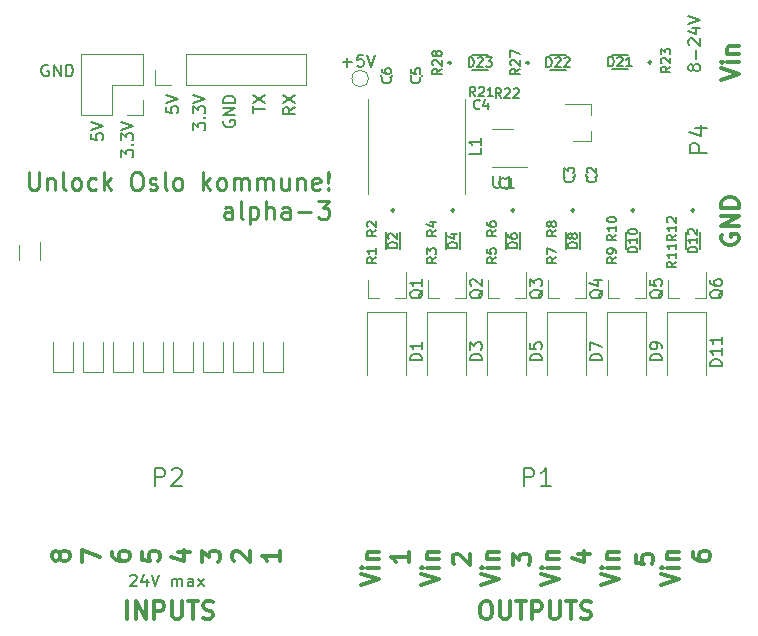
<source format=gto>
G04 #@! TF.GenerationSoftware,KiCad,Pcbnew,5.1.4+dfsg1-1*
G04 #@! TF.CreationDate,2019-09-17T12:44:20+02:00*
G04 #@! TF.ProjectId,alpha,616c7068-612e-46b6-9963-61645f706362,rev?*
G04 #@! TF.SameCoordinates,Original*
G04 #@! TF.FileFunction,Legend,Top*
G04 #@! TF.FilePolarity,Positive*
%FSLAX46Y46*%
G04 Gerber Fmt 4.6, Leading zero omitted, Abs format (unit mm)*
G04 Created by KiCad (PCBNEW 5.1.4+dfsg1-1) date 2019-09-17 12:44:20*
%MOMM*%
%LPD*%
G04 APERTURE LIST*
%ADD10C,0.200000*%
%ADD11C,0.250000*%
%ADD12C,0.300000*%
%ADD13C,0.120000*%
%ADD14C,0.150000*%
G04 APERTURE END LIST*
D10*
X11280761Y4656381D02*
X11328380Y4704000D01*
X11423619Y4751620D01*
X11661714Y4751620D01*
X11756952Y4704000D01*
X11804571Y4656381D01*
X11852190Y4561143D01*
X11852190Y4465905D01*
X11804571Y4323048D01*
X11233142Y3751620D01*
X11852190Y3751620D01*
X12709333Y4418286D02*
X12709333Y3751620D01*
X12471238Y4799239D02*
X12233142Y4084953D01*
X12852190Y4084953D01*
X13090285Y4751620D02*
X13423619Y3751620D01*
X13756952Y4751620D01*
X14852190Y3751620D02*
X14852190Y4418286D01*
X14852190Y4323048D02*
X14899809Y4370667D01*
X14995047Y4418286D01*
X15137904Y4418286D01*
X15233142Y4370667D01*
X15280761Y4275429D01*
X15280761Y3751620D01*
X15280761Y4275429D02*
X15328380Y4370667D01*
X15423619Y4418286D01*
X15566476Y4418286D01*
X15661714Y4370667D01*
X15709333Y4275429D01*
X15709333Y3751620D01*
X16614095Y3751620D02*
X16614095Y4275429D01*
X16566476Y4370667D01*
X16471238Y4418286D01*
X16280761Y4418286D01*
X16185523Y4370667D01*
X16614095Y3799239D02*
X16518857Y3751620D01*
X16280761Y3751620D01*
X16185523Y3799239D01*
X16137904Y3894477D01*
X16137904Y3989715D01*
X16185523Y4084953D01*
X16280761Y4132572D01*
X16518857Y4132572D01*
X16614095Y4180191D01*
X16995047Y3751620D02*
X17518857Y4418286D01*
X16995047Y4418286D02*
X17518857Y3751620D01*
X7986380Y42094762D02*
X7986380Y41618572D01*
X8462571Y41570953D01*
X8414952Y41618572D01*
X8367333Y41713810D01*
X8367333Y41951905D01*
X8414952Y42047143D01*
X8462571Y42094762D01*
X8557809Y42142381D01*
X8795904Y42142381D01*
X8891142Y42094762D01*
X8938761Y42047143D01*
X8986380Y41951905D01*
X8986380Y41713810D01*
X8938761Y41618572D01*
X8891142Y41570953D01*
X7986380Y42428096D02*
X8986380Y42761429D01*
X7986380Y43094762D01*
X10526380Y40094762D02*
X10526380Y40713810D01*
X10907333Y40380477D01*
X10907333Y40523334D01*
X10954952Y40618572D01*
X11002571Y40666191D01*
X11097809Y40713810D01*
X11335904Y40713810D01*
X11431142Y40666191D01*
X11478761Y40618572D01*
X11526380Y40523334D01*
X11526380Y40237620D01*
X11478761Y40142381D01*
X11431142Y40094762D01*
X11431142Y41142381D02*
X11478761Y41190000D01*
X11526380Y41142381D01*
X11478761Y41094762D01*
X11431142Y41142381D01*
X11526380Y41142381D01*
X10526380Y41523334D02*
X10526380Y42142381D01*
X10907333Y41809048D01*
X10907333Y41951905D01*
X10954952Y42047143D01*
X11002571Y42094762D01*
X11097809Y42142381D01*
X11335904Y42142381D01*
X11431142Y42094762D01*
X11478761Y42047143D01*
X11526380Y41951905D01*
X11526380Y41666191D01*
X11478761Y41570953D01*
X11431142Y41523334D01*
X10526380Y42428096D02*
X11526380Y42761429D01*
X10526380Y43094762D01*
X4340285Y47884000D02*
X4245047Y47931620D01*
X4102190Y47931620D01*
X3959333Y47884000D01*
X3864095Y47788762D01*
X3816476Y47693524D01*
X3768857Y47503048D01*
X3768857Y47360191D01*
X3816476Y47169715D01*
X3864095Y47074477D01*
X3959333Y46979239D01*
X4102190Y46931620D01*
X4197428Y46931620D01*
X4340285Y46979239D01*
X4387904Y47026858D01*
X4387904Y47360191D01*
X4197428Y47360191D01*
X4816476Y46931620D02*
X4816476Y47931620D01*
X5387904Y46931620D01*
X5387904Y47931620D01*
X5864095Y46931620D02*
X5864095Y47931620D01*
X6102190Y47931620D01*
X6245047Y47884000D01*
X6340285Y47788762D01*
X6387904Y47693524D01*
X6435523Y47503048D01*
X6435523Y47360191D01*
X6387904Y47169715D01*
X6340285Y47074477D01*
X6245047Y46979239D01*
X6102190Y46931620D01*
X5864095Y46931620D01*
D11*
X19917929Y34894429D02*
X19917929Y35680143D01*
X19846500Y35823000D01*
X19703643Y35894429D01*
X19417929Y35894429D01*
X19275071Y35823000D01*
X19917929Y34965858D02*
X19775071Y34894429D01*
X19417929Y34894429D01*
X19275071Y34965858D01*
X19203643Y35108715D01*
X19203643Y35251572D01*
X19275071Y35394429D01*
X19417929Y35465858D01*
X19775071Y35465858D01*
X19917929Y35537286D01*
X20846500Y34894429D02*
X20703643Y34965858D01*
X20632214Y35108715D01*
X20632214Y36394429D01*
X21417929Y35894429D02*
X21417929Y34394429D01*
X21417929Y35823000D02*
X21560786Y35894429D01*
X21846500Y35894429D01*
X21989357Y35823000D01*
X22060786Y35751572D01*
X22132214Y35608715D01*
X22132214Y35180143D01*
X22060786Y35037286D01*
X21989357Y34965858D01*
X21846500Y34894429D01*
X21560786Y34894429D01*
X21417929Y34965858D01*
X22775071Y34894429D02*
X22775071Y36394429D01*
X23417929Y34894429D02*
X23417929Y35680143D01*
X23346500Y35823000D01*
X23203643Y35894429D01*
X22989357Y35894429D01*
X22846500Y35823000D01*
X22775071Y35751572D01*
X24775071Y34894429D02*
X24775071Y35680143D01*
X24703643Y35823000D01*
X24560786Y35894429D01*
X24275071Y35894429D01*
X24132214Y35823000D01*
X24775071Y34965858D02*
X24632214Y34894429D01*
X24275071Y34894429D01*
X24132214Y34965858D01*
X24060786Y35108715D01*
X24060786Y35251572D01*
X24132214Y35394429D01*
X24275071Y35465858D01*
X24632214Y35465858D01*
X24775071Y35537286D01*
X25489357Y35465858D02*
X26632214Y35465858D01*
X27203643Y36394429D02*
X28132214Y36394429D01*
X27632214Y35823000D01*
X27846500Y35823000D01*
X27989357Y35751572D01*
X28060786Y35680143D01*
X28132214Y35537286D01*
X28132214Y35180143D01*
X28060786Y35037286D01*
X27989357Y34965858D01*
X27846500Y34894429D01*
X27417929Y34894429D01*
X27275071Y34965858D01*
X27203643Y35037286D01*
D10*
X25242380Y44333143D02*
X24766190Y43999810D01*
X25242380Y43761715D02*
X24242380Y43761715D01*
X24242380Y44142667D01*
X24290000Y44237905D01*
X24337619Y44285524D01*
X24432857Y44333143D01*
X24575714Y44333143D01*
X24670952Y44285524D01*
X24718571Y44237905D01*
X24766190Y44142667D01*
X24766190Y43761715D01*
X24242380Y44666477D02*
X25242380Y45333143D01*
X24242380Y45333143D02*
X25242380Y44666477D01*
X21702380Y43856953D02*
X21702380Y44428381D01*
X22702380Y44142667D02*
X21702380Y44142667D01*
X21702380Y44666477D02*
X22702380Y45333143D01*
X21702380Y45333143D02*
X22702380Y44666477D01*
X19210000Y43190286D02*
X19162380Y43095048D01*
X19162380Y42952191D01*
X19210000Y42809334D01*
X19305238Y42714096D01*
X19400476Y42666477D01*
X19590952Y42618858D01*
X19733809Y42618858D01*
X19924285Y42666477D01*
X20019523Y42714096D01*
X20114761Y42809334D01*
X20162380Y42952191D01*
X20162380Y43047429D01*
X20114761Y43190286D01*
X20067142Y43237905D01*
X19733809Y43237905D01*
X19733809Y43047429D01*
X20162380Y43666477D02*
X19162380Y43666477D01*
X20162380Y44237905D01*
X19162380Y44237905D01*
X20162380Y44714096D02*
X19162380Y44714096D01*
X19162380Y44952191D01*
X19210000Y45095048D01*
X19305238Y45190286D01*
X19400476Y45237905D01*
X19590952Y45285524D01*
X19733809Y45285524D01*
X19924285Y45237905D01*
X20019523Y45190286D01*
X20114761Y45095048D01*
X20162380Y44952191D01*
X20162380Y44714096D01*
X16622380Y42380762D02*
X16622380Y42999810D01*
X17003333Y42666477D01*
X17003333Y42809334D01*
X17050952Y42904572D01*
X17098571Y42952191D01*
X17193809Y42999810D01*
X17431904Y42999810D01*
X17527142Y42952191D01*
X17574761Y42904572D01*
X17622380Y42809334D01*
X17622380Y42523620D01*
X17574761Y42428381D01*
X17527142Y42380762D01*
X17527142Y43428381D02*
X17574761Y43476000D01*
X17622380Y43428381D01*
X17574761Y43380762D01*
X17527142Y43428381D01*
X17622380Y43428381D01*
X16622380Y43809334D02*
X16622380Y44428381D01*
X17003333Y44095048D01*
X17003333Y44237905D01*
X17050952Y44333143D01*
X17098571Y44380762D01*
X17193809Y44428381D01*
X17431904Y44428381D01*
X17527142Y44380762D01*
X17574761Y44333143D01*
X17622380Y44237905D01*
X17622380Y43952191D01*
X17574761Y43856953D01*
X17527142Y43809334D01*
X16622380Y44714096D02*
X17622380Y45047429D01*
X16622380Y45380762D01*
X14336380Y44380762D02*
X14336380Y43904572D01*
X14812571Y43856953D01*
X14764952Y43904572D01*
X14717333Y43999810D01*
X14717333Y44237905D01*
X14764952Y44333143D01*
X14812571Y44380762D01*
X14907809Y44428381D01*
X15145904Y44428381D01*
X15241142Y44380762D01*
X15288761Y44333143D01*
X15336380Y44237905D01*
X15336380Y43999810D01*
X15288761Y43904572D01*
X15241142Y43856953D01*
X14336380Y44714096D02*
X15336380Y45047429D01*
X14336380Y45380762D01*
X58960952Y47574762D02*
X58913333Y47479524D01*
X58865714Y47431905D01*
X58770476Y47384286D01*
X58722857Y47384286D01*
X58627619Y47431905D01*
X58580000Y47479524D01*
X58532380Y47574762D01*
X58532380Y47765239D01*
X58580000Y47860477D01*
X58627619Y47908096D01*
X58722857Y47955715D01*
X58770476Y47955715D01*
X58865714Y47908096D01*
X58913333Y47860477D01*
X58960952Y47765239D01*
X58960952Y47574762D01*
X59008571Y47479524D01*
X59056190Y47431905D01*
X59151428Y47384286D01*
X59341904Y47384286D01*
X59437142Y47431905D01*
X59484761Y47479524D01*
X59532380Y47574762D01*
X59532380Y47765239D01*
X59484761Y47860477D01*
X59437142Y47908096D01*
X59341904Y47955715D01*
X59151428Y47955715D01*
X59056190Y47908096D01*
X59008571Y47860477D01*
X58960952Y47765239D01*
X59151428Y48384286D02*
X59151428Y49146191D01*
X58627619Y49574762D02*
X58580000Y49622381D01*
X58532380Y49717620D01*
X58532380Y49955715D01*
X58580000Y50050953D01*
X58627619Y50098572D01*
X58722857Y50146191D01*
X58818095Y50146191D01*
X58960952Y50098572D01*
X59532380Y49527143D01*
X59532380Y50146191D01*
X58865714Y51003334D02*
X59532380Y51003334D01*
X58484761Y50765239D02*
X59199047Y50527143D01*
X59199047Y51146191D01*
X58532380Y51384286D02*
X59532380Y51717620D01*
X58532380Y52050953D01*
D12*
X61306571Y46610286D02*
X62806571Y47110286D01*
X61306571Y47610286D01*
X62806571Y48110286D02*
X61806571Y48110286D01*
X61306571Y48110286D02*
X61378000Y48038858D01*
X61449428Y48110286D01*
X61378000Y48181715D01*
X61306571Y48110286D01*
X61449428Y48110286D01*
X61806571Y48824572D02*
X62806571Y48824572D01*
X61949428Y48824572D02*
X61878000Y48896000D01*
X61806571Y49038858D01*
X61806571Y49253143D01*
X61878000Y49396000D01*
X62020857Y49467429D01*
X62806571Y49467429D01*
X61378000Y33541143D02*
X61306571Y33398286D01*
X61306571Y33184000D01*
X61378000Y32969715D01*
X61520857Y32826858D01*
X61663714Y32755429D01*
X61949428Y32684000D01*
X62163714Y32684000D01*
X62449428Y32755429D01*
X62592285Y32826858D01*
X62735142Y32969715D01*
X62806571Y33184000D01*
X62806571Y33326858D01*
X62735142Y33541143D01*
X62663714Y33612572D01*
X62163714Y33612572D01*
X62163714Y33326858D01*
X62806571Y34255429D02*
X61306571Y34255429D01*
X62806571Y35112572D01*
X61306571Y35112572D01*
X62806571Y35826858D02*
X61306571Y35826858D01*
X61306571Y36184000D01*
X61378000Y36398286D01*
X61520857Y36541143D01*
X61663714Y36612572D01*
X61949428Y36684000D01*
X62163714Y36684000D01*
X62449428Y36612572D01*
X62592285Y36541143D01*
X62735142Y36398286D01*
X62806571Y36184000D01*
X62806571Y35826858D01*
X5307428Y6199858D02*
X5236000Y6057000D01*
X5164571Y5985572D01*
X5021714Y5914143D01*
X4950285Y5914143D01*
X4807428Y5985572D01*
X4736000Y6057000D01*
X4664571Y6199858D01*
X4664571Y6485572D01*
X4736000Y6628429D01*
X4807428Y6699858D01*
X4950285Y6771286D01*
X5021714Y6771286D01*
X5164571Y6699858D01*
X5236000Y6628429D01*
X5307428Y6485572D01*
X5307428Y6199858D01*
X5378857Y6057000D01*
X5450285Y5985572D01*
X5593142Y5914143D01*
X5878857Y5914143D01*
X6021714Y5985572D01*
X6093142Y6057000D01*
X6164571Y6199858D01*
X6164571Y6485572D01*
X6093142Y6628429D01*
X6021714Y6699858D01*
X5878857Y6771286D01*
X5593142Y6771286D01*
X5450285Y6699858D01*
X5378857Y6628429D01*
X5307428Y6485572D01*
X7204571Y5842715D02*
X7204571Y6842715D01*
X8704571Y6199858D01*
X23944571Y6771286D02*
X23944571Y5914143D01*
X23944571Y6342715D02*
X22444571Y6342715D01*
X22658857Y6199858D01*
X22801714Y6057000D01*
X22873142Y5914143D01*
X20047428Y5914143D02*
X19976000Y5985572D01*
X19904571Y6128429D01*
X19904571Y6485572D01*
X19976000Y6628429D01*
X20047428Y6699858D01*
X20190285Y6771286D01*
X20333142Y6771286D01*
X20547428Y6699858D01*
X21404571Y5842715D01*
X21404571Y6771286D01*
X17364571Y5842715D02*
X17364571Y6771286D01*
X17936000Y6271286D01*
X17936000Y6485572D01*
X18007428Y6628429D01*
X18078857Y6699858D01*
X18221714Y6771286D01*
X18578857Y6771286D01*
X18721714Y6699858D01*
X18793142Y6628429D01*
X18864571Y6485572D01*
X18864571Y6057000D01*
X18793142Y5914143D01*
X18721714Y5842715D01*
X15324571Y6628429D02*
X16324571Y6628429D01*
X14753142Y6271286D02*
X15824571Y5914143D01*
X15824571Y6842715D01*
X12284571Y6699858D02*
X12284571Y5985572D01*
X12998857Y5914143D01*
X12927428Y5985572D01*
X12856000Y6128429D01*
X12856000Y6485572D01*
X12927428Y6628429D01*
X12998857Y6699858D01*
X13141714Y6771286D01*
X13498857Y6771286D01*
X13641714Y6699858D01*
X13713142Y6628429D01*
X13784571Y6485572D01*
X13784571Y6128429D01*
X13713142Y5985572D01*
X13641714Y5914143D01*
X9744571Y6628429D02*
X9744571Y6342715D01*
X9816000Y6199858D01*
X9887428Y6128429D01*
X10101714Y5985572D01*
X10387428Y5914143D01*
X10958857Y5914143D01*
X11101714Y5985572D01*
X11173142Y6057000D01*
X11244571Y6199858D01*
X11244571Y6485572D01*
X11173142Y6628429D01*
X11101714Y6699858D01*
X10958857Y6771286D01*
X10601714Y6771286D01*
X10458857Y6699858D01*
X10387428Y6628429D01*
X10316000Y6485572D01*
X10316000Y6199858D01*
X10387428Y6057000D01*
X10458857Y5985572D01*
X10601714Y5914143D01*
X11022857Y985429D02*
X11022857Y2485429D01*
X11737142Y985429D02*
X11737142Y2485429D01*
X12594285Y985429D01*
X12594285Y2485429D01*
X13308571Y985429D02*
X13308571Y2485429D01*
X13880000Y2485429D01*
X14022857Y2414000D01*
X14094285Y2342572D01*
X14165714Y2199715D01*
X14165714Y1985429D01*
X14094285Y1842572D01*
X14022857Y1771143D01*
X13880000Y1699715D01*
X13308571Y1699715D01*
X14808571Y2485429D02*
X14808571Y1271143D01*
X14880000Y1128286D01*
X14951428Y1056858D01*
X15094285Y985429D01*
X15380000Y985429D01*
X15522857Y1056858D01*
X15594285Y1128286D01*
X15665714Y1271143D01*
X15665714Y2485429D01*
X16165714Y2485429D02*
X17022857Y2485429D01*
X16594285Y985429D02*
X16594285Y2485429D01*
X17451428Y1056858D02*
X17665714Y985429D01*
X18022857Y985429D01*
X18165714Y1056858D01*
X18237142Y1128286D01*
X18308571Y1271143D01*
X18308571Y1414000D01*
X18237142Y1556858D01*
X18165714Y1628286D01*
X18022857Y1699715D01*
X17737142Y1771143D01*
X17594285Y1842572D01*
X17522857Y1914000D01*
X17451428Y2056858D01*
X17451428Y2199715D01*
X17522857Y2342572D01*
X17594285Y2414000D01*
X17737142Y2485429D01*
X18094285Y2485429D01*
X18308571Y2414000D01*
X30826571Y3842715D02*
X32326571Y4342715D01*
X30826571Y4842715D01*
X32326571Y5342715D02*
X31326571Y5342715D01*
X30826571Y5342715D02*
X30898000Y5271286D01*
X30969428Y5342715D01*
X30898000Y5414143D01*
X30826571Y5342715D01*
X30969428Y5342715D01*
X31326571Y6057000D02*
X32326571Y6057000D01*
X31469428Y6057000D02*
X31398000Y6128429D01*
X31326571Y6271286D01*
X31326571Y6485572D01*
X31398000Y6628429D01*
X31540857Y6699858D01*
X32326571Y6699858D01*
X35906571Y3842715D02*
X37406571Y4342715D01*
X35906571Y4842715D01*
X37406571Y5342715D02*
X36406571Y5342715D01*
X35906571Y5342715D02*
X35978000Y5271286D01*
X36049428Y5342715D01*
X35978000Y5414143D01*
X35906571Y5342715D01*
X36049428Y5342715D01*
X36406571Y6057000D02*
X37406571Y6057000D01*
X36549428Y6057000D02*
X36478000Y6128429D01*
X36406571Y6271286D01*
X36406571Y6485572D01*
X36478000Y6628429D01*
X36620857Y6699858D01*
X37406571Y6699858D01*
X40986571Y3842715D02*
X42486571Y4342715D01*
X40986571Y4842715D01*
X42486571Y5342715D02*
X41486571Y5342715D01*
X40986571Y5342715D02*
X41058000Y5271286D01*
X41129428Y5342715D01*
X41058000Y5414143D01*
X40986571Y5342715D01*
X41129428Y5342715D01*
X41486571Y6057000D02*
X42486571Y6057000D01*
X41629428Y6057000D02*
X41558000Y6128429D01*
X41486571Y6271286D01*
X41486571Y6485572D01*
X41558000Y6628429D01*
X41700857Y6699858D01*
X42486571Y6699858D01*
X46066571Y3842715D02*
X47566571Y4342715D01*
X46066571Y4842715D01*
X47566571Y5342715D02*
X46566571Y5342715D01*
X46066571Y5342715D02*
X46138000Y5271286D01*
X46209428Y5342715D01*
X46138000Y5414143D01*
X46066571Y5342715D01*
X46209428Y5342715D01*
X46566571Y6057000D02*
X47566571Y6057000D01*
X46709428Y6057000D02*
X46638000Y6128429D01*
X46566571Y6271286D01*
X46566571Y6485572D01*
X46638000Y6628429D01*
X46780857Y6699858D01*
X47566571Y6699858D01*
X51146571Y3842715D02*
X52646571Y4342715D01*
X51146571Y4842715D01*
X52646571Y5342715D02*
X51646571Y5342715D01*
X51146571Y5342715D02*
X51218000Y5271286D01*
X51289428Y5342715D01*
X51218000Y5414143D01*
X51146571Y5342715D01*
X51289428Y5342715D01*
X51646571Y6057000D02*
X52646571Y6057000D01*
X51789428Y6057000D02*
X51718000Y6128429D01*
X51646571Y6271286D01*
X51646571Y6485572D01*
X51718000Y6628429D01*
X51860857Y6699858D01*
X52646571Y6699858D01*
X56226571Y3842715D02*
X57726571Y4342715D01*
X56226571Y4842715D01*
X57726571Y5342715D02*
X56726571Y5342715D01*
X56226571Y5342715D02*
X56298000Y5271286D01*
X56369428Y5342715D01*
X56298000Y5414143D01*
X56226571Y5342715D01*
X56369428Y5342715D01*
X56726571Y6057000D02*
X57726571Y6057000D01*
X56869428Y6057000D02*
X56798000Y6128429D01*
X56726571Y6271286D01*
X56726571Y6485572D01*
X56798000Y6628429D01*
X56940857Y6699858D01*
X57726571Y6699858D01*
X58893571Y6628429D02*
X58893571Y6342715D01*
X58965000Y6199858D01*
X59036428Y6128429D01*
X59250714Y5985572D01*
X59536428Y5914143D01*
X60107857Y5914143D01*
X60250714Y5985572D01*
X60322142Y6057000D01*
X60393571Y6199858D01*
X60393571Y6485572D01*
X60322142Y6628429D01*
X60250714Y6699858D01*
X60107857Y6771286D01*
X59750714Y6771286D01*
X59607857Y6699858D01*
X59536428Y6628429D01*
X59465000Y6485572D01*
X59465000Y6199858D01*
X59536428Y6057000D01*
X59607857Y5985572D01*
X59750714Y5914143D01*
X54067571Y6445858D02*
X54067571Y5731572D01*
X54781857Y5660143D01*
X54710428Y5731572D01*
X54639000Y5874429D01*
X54639000Y6231572D01*
X54710428Y6374429D01*
X54781857Y6445858D01*
X54924714Y6517286D01*
X55281857Y6517286D01*
X55424714Y6445858D01*
X55496142Y6374429D01*
X55567571Y6231572D01*
X55567571Y5874429D01*
X55496142Y5731572D01*
X55424714Y5660143D01*
X49233571Y6501429D02*
X50233571Y6501429D01*
X48662142Y6144286D02*
X49733571Y5787143D01*
X49733571Y6715715D01*
X43653571Y5588715D02*
X43653571Y6517286D01*
X44225000Y6017286D01*
X44225000Y6231572D01*
X44296428Y6374429D01*
X44367857Y6445858D01*
X44510714Y6517286D01*
X44867857Y6517286D01*
X45010714Y6445858D01*
X45082142Y6374429D01*
X45153571Y6231572D01*
X45153571Y5803000D01*
X45082142Y5660143D01*
X45010714Y5588715D01*
X38716428Y5660143D02*
X38645000Y5731572D01*
X38573571Y5874429D01*
X38573571Y6231572D01*
X38645000Y6374429D01*
X38716428Y6445858D01*
X38859285Y6517286D01*
X39002142Y6517286D01*
X39216428Y6445858D01*
X40073571Y5588715D01*
X40073571Y6517286D01*
X34866571Y6644286D02*
X34866571Y5787143D01*
X34866571Y6215715D02*
X33366571Y6215715D01*
X33580857Y6072858D01*
X33723714Y5930000D01*
X33795142Y5787143D01*
X41296571Y2485429D02*
X41582285Y2485429D01*
X41725142Y2414000D01*
X41868000Y2271143D01*
X41939428Y1985429D01*
X41939428Y1485429D01*
X41868000Y1199715D01*
X41725142Y1056858D01*
X41582285Y985429D01*
X41296571Y985429D01*
X41153714Y1056858D01*
X41010857Y1199715D01*
X40939428Y1485429D01*
X40939428Y1985429D01*
X41010857Y2271143D01*
X41153714Y2414000D01*
X41296571Y2485429D01*
X42582285Y2485429D02*
X42582285Y1271143D01*
X42653714Y1128286D01*
X42725142Y1056858D01*
X42868000Y985429D01*
X43153714Y985429D01*
X43296571Y1056858D01*
X43368000Y1128286D01*
X43439428Y1271143D01*
X43439428Y2485429D01*
X43939428Y2485429D02*
X44796571Y2485429D01*
X44368000Y985429D02*
X44368000Y2485429D01*
X45296571Y985429D02*
X45296571Y2485429D01*
X45868000Y2485429D01*
X46010857Y2414000D01*
X46082285Y2342572D01*
X46153714Y2199715D01*
X46153714Y1985429D01*
X46082285Y1842572D01*
X46010857Y1771143D01*
X45868000Y1699715D01*
X45296571Y1699715D01*
X46796571Y2485429D02*
X46796571Y1271143D01*
X46868000Y1128286D01*
X46939428Y1056858D01*
X47082285Y985429D01*
X47368000Y985429D01*
X47510857Y1056858D01*
X47582285Y1128286D01*
X47653714Y1271143D01*
X47653714Y2485429D01*
X48153714Y2485429D02*
X49010857Y2485429D01*
X48582285Y985429D02*
X48582285Y2485429D01*
X49439428Y1056858D02*
X49653714Y985429D01*
X50010857Y985429D01*
X50153714Y1056858D01*
X50225142Y1128286D01*
X50296571Y1271143D01*
X50296571Y1414000D01*
X50225142Y1556858D01*
X50153714Y1628286D01*
X50010857Y1699715D01*
X49725142Y1771143D01*
X49582285Y1842572D01*
X49510857Y1914000D01*
X49439428Y2056858D01*
X49439428Y2199715D01*
X49510857Y2342572D01*
X49582285Y2414000D01*
X49725142Y2485429D01*
X50082285Y2485429D01*
X50296571Y2414000D01*
D11*
X2703642Y38807429D02*
X2703642Y37593143D01*
X2775071Y37450286D01*
X2846500Y37378858D01*
X2989357Y37307429D01*
X3275071Y37307429D01*
X3417928Y37378858D01*
X3489357Y37450286D01*
X3560785Y37593143D01*
X3560785Y38807429D01*
X4275071Y38307429D02*
X4275071Y37307429D01*
X4275071Y38164572D02*
X4346500Y38236000D01*
X4489357Y38307429D01*
X4703642Y38307429D01*
X4846500Y38236000D01*
X4917928Y38093143D01*
X4917928Y37307429D01*
X5846500Y37307429D02*
X5703642Y37378858D01*
X5632214Y37521715D01*
X5632214Y38807429D01*
X6632214Y37307429D02*
X6489357Y37378858D01*
X6417928Y37450286D01*
X6346500Y37593143D01*
X6346500Y38021715D01*
X6417928Y38164572D01*
X6489357Y38236000D01*
X6632214Y38307429D01*
X6846500Y38307429D01*
X6989357Y38236000D01*
X7060785Y38164572D01*
X7132214Y38021715D01*
X7132214Y37593143D01*
X7060785Y37450286D01*
X6989357Y37378858D01*
X6846500Y37307429D01*
X6632214Y37307429D01*
X8417928Y37378858D02*
X8275071Y37307429D01*
X7989357Y37307429D01*
X7846500Y37378858D01*
X7775071Y37450286D01*
X7703642Y37593143D01*
X7703642Y38021715D01*
X7775071Y38164572D01*
X7846500Y38236000D01*
X7989357Y38307429D01*
X8275071Y38307429D01*
X8417928Y38236000D01*
X9060785Y37307429D02*
X9060785Y38807429D01*
X9203642Y37878858D02*
X9632214Y37307429D01*
X9632214Y38307429D02*
X9060785Y37736000D01*
X11703642Y38807429D02*
X11989357Y38807429D01*
X12132214Y38736000D01*
X12275071Y38593143D01*
X12346500Y38307429D01*
X12346500Y37807429D01*
X12275071Y37521715D01*
X12132214Y37378858D01*
X11989357Y37307429D01*
X11703642Y37307429D01*
X11560785Y37378858D01*
X11417928Y37521715D01*
X11346500Y37807429D01*
X11346500Y38307429D01*
X11417928Y38593143D01*
X11560785Y38736000D01*
X11703642Y38807429D01*
X12917928Y37378858D02*
X13060785Y37307429D01*
X13346500Y37307429D01*
X13489357Y37378858D01*
X13560785Y37521715D01*
X13560785Y37593143D01*
X13489357Y37736000D01*
X13346500Y37807429D01*
X13132214Y37807429D01*
X12989357Y37878858D01*
X12917928Y38021715D01*
X12917928Y38093143D01*
X12989357Y38236000D01*
X13132214Y38307429D01*
X13346500Y38307429D01*
X13489357Y38236000D01*
X14417928Y37307429D02*
X14275071Y37378858D01*
X14203642Y37521715D01*
X14203642Y38807429D01*
X15203642Y37307429D02*
X15060785Y37378858D01*
X14989357Y37450286D01*
X14917928Y37593143D01*
X14917928Y38021715D01*
X14989357Y38164572D01*
X15060785Y38236000D01*
X15203642Y38307429D01*
X15417928Y38307429D01*
X15560785Y38236000D01*
X15632214Y38164572D01*
X15703642Y38021715D01*
X15703642Y37593143D01*
X15632214Y37450286D01*
X15560785Y37378858D01*
X15417928Y37307429D01*
X15203642Y37307429D01*
X17489357Y37307429D02*
X17489357Y38807429D01*
X17632214Y37878858D02*
X18060785Y37307429D01*
X18060785Y38307429D02*
X17489357Y37736000D01*
X18917928Y37307429D02*
X18775071Y37378858D01*
X18703642Y37450286D01*
X18632214Y37593143D01*
X18632214Y38021715D01*
X18703642Y38164572D01*
X18775071Y38236000D01*
X18917928Y38307429D01*
X19132214Y38307429D01*
X19275071Y38236000D01*
X19346500Y38164572D01*
X19417928Y38021715D01*
X19417928Y37593143D01*
X19346500Y37450286D01*
X19275071Y37378858D01*
X19132214Y37307429D01*
X18917928Y37307429D01*
X20060785Y37307429D02*
X20060785Y38307429D01*
X20060785Y38164572D02*
X20132214Y38236000D01*
X20275071Y38307429D01*
X20489357Y38307429D01*
X20632214Y38236000D01*
X20703642Y38093143D01*
X20703642Y37307429D01*
X20703642Y38093143D02*
X20775071Y38236000D01*
X20917928Y38307429D01*
X21132214Y38307429D01*
X21275071Y38236000D01*
X21346500Y38093143D01*
X21346500Y37307429D01*
X22060785Y37307429D02*
X22060785Y38307429D01*
X22060785Y38164572D02*
X22132214Y38236000D01*
X22275071Y38307429D01*
X22489357Y38307429D01*
X22632214Y38236000D01*
X22703642Y38093143D01*
X22703642Y37307429D01*
X22703642Y38093143D02*
X22775071Y38236000D01*
X22917928Y38307429D01*
X23132214Y38307429D01*
X23275071Y38236000D01*
X23346500Y38093143D01*
X23346500Y37307429D01*
X24703642Y38307429D02*
X24703642Y37307429D01*
X24060785Y38307429D02*
X24060785Y37521715D01*
X24132214Y37378858D01*
X24275071Y37307429D01*
X24489357Y37307429D01*
X24632214Y37378858D01*
X24703642Y37450286D01*
X25417928Y38307429D02*
X25417928Y37307429D01*
X25417928Y38164572D02*
X25489357Y38236000D01*
X25632214Y38307429D01*
X25846500Y38307429D01*
X25989357Y38236000D01*
X26060785Y38093143D01*
X26060785Y37307429D01*
X27346500Y37378858D02*
X27203642Y37307429D01*
X26917928Y37307429D01*
X26775071Y37378858D01*
X26703642Y37521715D01*
X26703642Y38093143D01*
X26775071Y38236000D01*
X26917928Y38307429D01*
X27203642Y38307429D01*
X27346500Y38236000D01*
X27417928Y38093143D01*
X27417928Y37950286D01*
X26703642Y37807429D01*
X28060785Y37450286D02*
X28132214Y37378858D01*
X28060785Y37307429D01*
X27989357Y37378858D01*
X28060785Y37450286D01*
X28060785Y37307429D01*
X28060785Y37878858D02*
X27989357Y38736000D01*
X28060785Y38807429D01*
X28132214Y38736000D01*
X28060785Y37878858D01*
X28060785Y38807429D01*
D13*
X22518000Y21868000D02*
X22518000Y24418000D01*
X24218000Y21868000D02*
X24218000Y24418000D01*
X22518000Y21868000D02*
X24218000Y21868000D01*
X39600000Y45000000D02*
X39600000Y37000000D01*
X31400000Y45000000D02*
X31400000Y37000000D01*
X31440000Y28196000D02*
X32370000Y28196000D01*
X34600000Y28196000D02*
X33670000Y28196000D01*
X34600000Y28196000D02*
X34600000Y30356000D01*
X31440000Y28196000D02*
X31440000Y29656000D01*
X36520000Y28196000D02*
X37450000Y28196000D01*
X39680000Y28196000D02*
X38750000Y28196000D01*
X39680000Y28196000D02*
X39680000Y30356000D01*
X36520000Y28196000D02*
X36520000Y29656000D01*
X41600000Y28196000D02*
X42530000Y28196000D01*
X44760000Y28196000D02*
X43830000Y28196000D01*
X44760000Y28196000D02*
X44760000Y30356000D01*
X41600000Y28196000D02*
X41600000Y29656000D01*
X46680000Y28196000D02*
X47610000Y28196000D01*
X49840000Y28196000D02*
X48910000Y28196000D01*
X49840000Y28196000D02*
X49840000Y30356000D01*
X46680000Y28196000D02*
X46680000Y29656000D01*
X51760000Y28196000D02*
X52690000Y28196000D01*
X54920000Y28196000D02*
X53990000Y28196000D01*
X54920000Y28196000D02*
X54920000Y30356000D01*
X51760000Y28196000D02*
X51760000Y29656000D01*
X56840000Y28196000D02*
X57770000Y28196000D01*
X60000000Y28196000D02*
X59070000Y28196000D01*
X60000000Y28196000D02*
X60000000Y30356000D01*
X56840000Y28196000D02*
X56840000Y29656000D01*
X43700000Y42467000D02*
X41900000Y42467000D01*
X41900000Y39247000D02*
X44850000Y39247000D01*
X12330000Y48830000D02*
X7130000Y48830000D01*
X12330000Y46230000D02*
X12330000Y48830000D01*
X7130000Y43630000D02*
X7130000Y48830000D01*
X12330000Y46230000D02*
X9730000Y46230000D01*
X9730000Y46230000D02*
X9730000Y43630000D01*
X9730000Y43630000D02*
X7130000Y43630000D01*
X12330000Y44960000D02*
X12330000Y43630000D01*
X12330000Y43630000D02*
X11000000Y43630000D01*
X26200000Y46170000D02*
X26200000Y48830000D01*
X15980000Y46170000D02*
X26200000Y46170000D01*
X15980000Y48830000D02*
X26200000Y48830000D01*
X15980000Y46170000D02*
X15980000Y48830000D01*
X14710000Y46170000D02*
X13380000Y46170000D01*
X13380000Y46170000D02*
X13380000Y47500000D01*
X31450000Y46750000D02*
G75*
G03X31450000Y46750000I-700000J0D01*
G01*
D14*
X49896000Y38657000D02*
X49896000Y38515000D01*
X49896000Y38515000D02*
X49896000Y38657000D01*
X50838000Y38657000D02*
X50838000Y38515000D01*
X50838000Y38515000D02*
X50838000Y38657000D01*
X53426000Y48767000D02*
X52034000Y48767000D01*
X52034000Y48767000D02*
X53426000Y48767000D01*
X53426000Y47525000D02*
X52034000Y47525000D01*
X52034000Y47525000D02*
X53426000Y47525000D01*
X55415000Y48146000D02*
X55288000Y48019000D01*
X55288000Y48019000D02*
X55161000Y48146000D01*
X55161000Y48146000D02*
X55288000Y48273000D01*
X55288000Y48273000D02*
X55415000Y48146000D01*
X46804000Y47479000D02*
X48196000Y47479000D01*
X48196000Y47479000D02*
X46804000Y47479000D01*
X46804000Y48721000D02*
X48196000Y48721000D01*
X48196000Y48721000D02*
X46804000Y48721000D01*
X44815000Y48100000D02*
X44942000Y48227000D01*
X44942000Y48227000D02*
X45069000Y48100000D01*
X45069000Y48100000D02*
X44942000Y47973000D01*
X44942000Y47973000D02*
X44815000Y48100000D01*
X40204000Y47479000D02*
X41596000Y47479000D01*
X41596000Y47479000D02*
X40204000Y47479000D01*
X40204000Y48721000D02*
X41596000Y48721000D01*
X41596000Y48721000D02*
X40204000Y48721000D01*
X38215000Y48100000D02*
X38342000Y48227000D01*
X38342000Y48227000D02*
X38469000Y48100000D01*
X38469000Y48100000D02*
X38342000Y47973000D01*
X38342000Y47973000D02*
X38215000Y48100000D01*
X32907000Y33716000D02*
X32907000Y32324000D01*
X32907000Y32324000D02*
X32907000Y33716000D01*
X34149000Y33716000D02*
X34149000Y32324000D01*
X34149000Y32324000D02*
X34149000Y33716000D01*
X33528000Y35705000D02*
X33655000Y35578000D01*
X33655000Y35578000D02*
X33528000Y35451000D01*
X33528000Y35451000D02*
X33401000Y35578000D01*
X33401000Y35578000D02*
X33528000Y35705000D01*
X37987000Y33716000D02*
X37987000Y32324000D01*
X37987000Y32324000D02*
X37987000Y33716000D01*
X39229000Y33716000D02*
X39229000Y32324000D01*
X39229000Y32324000D02*
X39229000Y33716000D01*
X38608000Y35705000D02*
X38735000Y35578000D01*
X38735000Y35578000D02*
X38608000Y35451000D01*
X38608000Y35451000D02*
X38481000Y35578000D01*
X38481000Y35578000D02*
X38608000Y35705000D01*
X43067000Y33716000D02*
X43067000Y32324000D01*
X43067000Y32324000D02*
X43067000Y33716000D01*
X44309000Y33716000D02*
X44309000Y32324000D01*
X44309000Y32324000D02*
X44309000Y33716000D01*
X43688000Y35705000D02*
X43815000Y35578000D01*
X43815000Y35578000D02*
X43688000Y35451000D01*
X43688000Y35451000D02*
X43561000Y35578000D01*
X43561000Y35578000D02*
X43688000Y35705000D01*
X48147000Y33716000D02*
X48147000Y32324000D01*
X48147000Y32324000D02*
X48147000Y33716000D01*
X49389000Y33716000D02*
X49389000Y32324000D01*
X49389000Y32324000D02*
X49389000Y33716000D01*
X48768000Y35705000D02*
X48895000Y35578000D01*
X48895000Y35578000D02*
X48768000Y35451000D01*
X48768000Y35451000D02*
X48641000Y35578000D01*
X48641000Y35578000D02*
X48768000Y35705000D01*
X53227000Y33716000D02*
X53227000Y32324000D01*
X53227000Y32324000D02*
X53227000Y33716000D01*
X54469000Y33716000D02*
X54469000Y32324000D01*
X54469000Y32324000D02*
X54469000Y33716000D01*
X53848000Y35705000D02*
X53975000Y35578000D01*
X53975000Y35578000D02*
X53848000Y35451000D01*
X53848000Y35451000D02*
X53721000Y35578000D01*
X53721000Y35578000D02*
X53848000Y35705000D01*
X58307000Y33716000D02*
X58307000Y32324000D01*
X58307000Y32324000D02*
X58307000Y33716000D01*
X59549000Y33716000D02*
X59549000Y32324000D01*
X59549000Y32324000D02*
X59549000Y33716000D01*
X58928000Y35705000D02*
X59055000Y35578000D01*
X59055000Y35578000D02*
X58928000Y35451000D01*
X58928000Y35451000D02*
X58801000Y35578000D01*
X58801000Y35578000D02*
X58928000Y35705000D01*
D13*
X1850000Y31350000D02*
X1850000Y32650000D01*
X3650000Y32900000D02*
X3650000Y31350000D01*
X34670000Y27022000D02*
X31370000Y27022000D01*
X31370000Y27022000D02*
X31370000Y21622000D01*
X34670000Y27022000D02*
X34670000Y21622000D01*
X39750000Y27022000D02*
X36450000Y27022000D01*
X36450000Y27022000D02*
X36450000Y21622000D01*
X39750000Y27022000D02*
X39750000Y21622000D01*
X44830000Y27022000D02*
X41530000Y27022000D01*
X41530000Y27022000D02*
X41530000Y21622000D01*
X44830000Y27022000D02*
X44830000Y21622000D01*
X49910000Y27022000D02*
X46610000Y27022000D01*
X46610000Y27022000D02*
X46610000Y21622000D01*
X49910000Y27022000D02*
X49910000Y21622000D01*
X60070000Y27022000D02*
X56770000Y27022000D01*
X56770000Y27022000D02*
X56770000Y21622000D01*
X60070000Y27022000D02*
X60070000Y21622000D01*
X54990000Y27022000D02*
X51690000Y27022000D01*
X51690000Y27022000D02*
X51690000Y21622000D01*
X54990000Y27022000D02*
X54990000Y21622000D01*
D14*
X43079000Y37386000D02*
X43221000Y37386000D01*
X43221000Y37386000D02*
X43079000Y37386000D01*
X43079000Y38328000D02*
X43221000Y38328000D01*
X43221000Y38328000D02*
X43079000Y38328000D01*
X47996000Y38657000D02*
X47996000Y38515000D01*
X47996000Y38515000D02*
X47996000Y38657000D01*
X48938000Y38657000D02*
X48938000Y38515000D01*
X48938000Y38515000D02*
X48938000Y38657000D01*
X35971000Y46929000D02*
X35971000Y47071000D01*
X35971000Y47071000D02*
X35971000Y46929000D01*
X35029000Y46929000D02*
X35029000Y47071000D01*
X35029000Y47071000D02*
X35029000Y46929000D01*
X33471000Y46929000D02*
X33471000Y47071000D01*
X33471000Y47071000D02*
X33471000Y46929000D01*
X32529000Y46929000D02*
X32529000Y47071000D01*
X32529000Y47071000D02*
X32529000Y46929000D01*
D13*
X50260000Y41420000D02*
X50260000Y42350000D01*
X50260000Y44580000D02*
X50260000Y43650000D01*
X50260000Y44580000D02*
X48100000Y44580000D01*
X50260000Y41420000D02*
X48800000Y41420000D01*
X19978000Y21868000D02*
X19978000Y24418000D01*
X21678000Y21868000D02*
X21678000Y24418000D01*
X19978000Y21868000D02*
X21678000Y21868000D01*
X17438000Y21868000D02*
X19138000Y21868000D01*
X19138000Y21868000D02*
X19138000Y24418000D01*
X17438000Y21868000D02*
X17438000Y24418000D01*
X14898000Y21868000D02*
X16598000Y21868000D01*
X16598000Y21868000D02*
X16598000Y24418000D01*
X14898000Y21868000D02*
X14898000Y24418000D01*
X12358000Y21868000D02*
X12358000Y24418000D01*
X14058000Y21868000D02*
X14058000Y24418000D01*
X12358000Y21868000D02*
X14058000Y21868000D01*
X9818000Y21868000D02*
X11518000Y21868000D01*
X11518000Y21868000D02*
X11518000Y24418000D01*
X9818000Y21868000D02*
X9818000Y24418000D01*
X7278000Y21868000D02*
X7278000Y24418000D01*
X8978000Y21868000D02*
X8978000Y24418000D01*
X7278000Y21868000D02*
X8978000Y21868000D01*
X4738000Y21868000D02*
X6438000Y21868000D01*
X6438000Y21868000D02*
X6438000Y24418000D01*
X4738000Y21868000D02*
X4738000Y24418000D01*
D14*
X13370857Y12275429D02*
X13370857Y13775429D01*
X13942285Y13775429D01*
X14085142Y13704000D01*
X14156571Y13632572D01*
X14228000Y13489715D01*
X14228000Y13275429D01*
X14156571Y13132572D01*
X14085142Y13061143D01*
X13942285Y12989715D01*
X13370857Y12989715D01*
X14799428Y13632572D02*
X14870857Y13704000D01*
X15013714Y13775429D01*
X15370857Y13775429D01*
X15513714Y13704000D01*
X15585142Y13632572D01*
X15656571Y13489715D01*
X15656571Y13346858D01*
X15585142Y13132572D01*
X14728000Y12275429D01*
X15656571Y12275429D01*
X60139571Y40434858D02*
X58639571Y40434858D01*
X58639571Y41006286D01*
X58711000Y41149143D01*
X58782428Y41220572D01*
X58925285Y41292000D01*
X59139571Y41292000D01*
X59282428Y41220572D01*
X59353857Y41149143D01*
X59425285Y41006286D01*
X59425285Y40434858D01*
X59139571Y42577715D02*
X60139571Y42577715D01*
X58568142Y42220572D02*
X59639571Y41863429D01*
X59639571Y42792000D01*
X44612857Y12275429D02*
X44612857Y13775429D01*
X45184285Y13775429D01*
X45327142Y13704000D01*
X45398571Y13632572D01*
X45470000Y13489715D01*
X45470000Y13275429D01*
X45398571Y13132572D01*
X45327142Y13061143D01*
X45184285Y12989715D01*
X44612857Y12989715D01*
X46898571Y12275429D02*
X46041428Y12275429D01*
X46470000Y12275429D02*
X46470000Y13775429D01*
X46327142Y13561143D01*
X46184285Y13418286D01*
X46041428Y13346858D01*
X40952380Y40833334D02*
X40952380Y40357143D01*
X39952380Y40357143D01*
X40952380Y41690477D02*
X40952380Y41119048D01*
X40952380Y41404762D02*
X39952380Y41404762D01*
X40095238Y41309524D01*
X40190476Y41214286D01*
X40238095Y41119048D01*
X36067619Y28860762D02*
X36020000Y28765524D01*
X35924761Y28670286D01*
X35781904Y28527429D01*
X35734285Y28432191D01*
X35734285Y28336953D01*
X35972380Y28384572D02*
X35924761Y28289334D01*
X35829523Y28194096D01*
X35639047Y28146477D01*
X35305714Y28146477D01*
X35115238Y28194096D01*
X35020000Y28289334D01*
X34972380Y28384572D01*
X34972380Y28575048D01*
X35020000Y28670286D01*
X35115238Y28765524D01*
X35305714Y28813143D01*
X35639047Y28813143D01*
X35829523Y28765524D01*
X35924761Y28670286D01*
X35972380Y28575048D01*
X35972380Y28384572D01*
X35972380Y29765524D02*
X35972380Y29194096D01*
X35972380Y29479810D02*
X34972380Y29479810D01*
X35115238Y29384572D01*
X35210476Y29289334D01*
X35258095Y29194096D01*
X41147619Y28860762D02*
X41100000Y28765524D01*
X41004761Y28670286D01*
X40861904Y28527429D01*
X40814285Y28432191D01*
X40814285Y28336953D01*
X41052380Y28384572D02*
X41004761Y28289334D01*
X40909523Y28194096D01*
X40719047Y28146477D01*
X40385714Y28146477D01*
X40195238Y28194096D01*
X40100000Y28289334D01*
X40052380Y28384572D01*
X40052380Y28575048D01*
X40100000Y28670286D01*
X40195238Y28765524D01*
X40385714Y28813143D01*
X40719047Y28813143D01*
X40909523Y28765524D01*
X41004761Y28670286D01*
X41052380Y28575048D01*
X41052380Y28384572D01*
X40147619Y29194096D02*
X40100000Y29241715D01*
X40052380Y29336953D01*
X40052380Y29575048D01*
X40100000Y29670286D01*
X40147619Y29717905D01*
X40242857Y29765524D01*
X40338095Y29765524D01*
X40480952Y29717905D01*
X41052380Y29146477D01*
X41052380Y29765524D01*
X46227619Y28860762D02*
X46180000Y28765524D01*
X46084761Y28670286D01*
X45941904Y28527429D01*
X45894285Y28432191D01*
X45894285Y28336953D01*
X46132380Y28384572D02*
X46084761Y28289334D01*
X45989523Y28194096D01*
X45799047Y28146477D01*
X45465714Y28146477D01*
X45275238Y28194096D01*
X45180000Y28289334D01*
X45132380Y28384572D01*
X45132380Y28575048D01*
X45180000Y28670286D01*
X45275238Y28765524D01*
X45465714Y28813143D01*
X45799047Y28813143D01*
X45989523Y28765524D01*
X46084761Y28670286D01*
X46132380Y28575048D01*
X46132380Y28384572D01*
X45132380Y29146477D02*
X45132380Y29765524D01*
X45513333Y29432191D01*
X45513333Y29575048D01*
X45560952Y29670286D01*
X45608571Y29717905D01*
X45703809Y29765524D01*
X45941904Y29765524D01*
X46037142Y29717905D01*
X46084761Y29670286D01*
X46132380Y29575048D01*
X46132380Y29289334D01*
X46084761Y29194096D01*
X46037142Y29146477D01*
X51307619Y28860762D02*
X51260000Y28765524D01*
X51164761Y28670286D01*
X51021904Y28527429D01*
X50974285Y28432191D01*
X50974285Y28336953D01*
X51212380Y28384572D02*
X51164761Y28289334D01*
X51069523Y28194096D01*
X50879047Y28146477D01*
X50545714Y28146477D01*
X50355238Y28194096D01*
X50260000Y28289334D01*
X50212380Y28384572D01*
X50212380Y28575048D01*
X50260000Y28670286D01*
X50355238Y28765524D01*
X50545714Y28813143D01*
X50879047Y28813143D01*
X51069523Y28765524D01*
X51164761Y28670286D01*
X51212380Y28575048D01*
X51212380Y28384572D01*
X50545714Y29670286D02*
X51212380Y29670286D01*
X50164761Y29432191D02*
X50879047Y29194096D01*
X50879047Y29813143D01*
X56387619Y28860762D02*
X56340000Y28765524D01*
X56244761Y28670286D01*
X56101904Y28527429D01*
X56054285Y28432191D01*
X56054285Y28336953D01*
X56292380Y28384572D02*
X56244761Y28289334D01*
X56149523Y28194096D01*
X55959047Y28146477D01*
X55625714Y28146477D01*
X55435238Y28194096D01*
X55340000Y28289334D01*
X55292380Y28384572D01*
X55292380Y28575048D01*
X55340000Y28670286D01*
X55435238Y28765524D01*
X55625714Y28813143D01*
X55959047Y28813143D01*
X56149523Y28765524D01*
X56244761Y28670286D01*
X56292380Y28575048D01*
X56292380Y28384572D01*
X55292380Y29717905D02*
X55292380Y29241715D01*
X55768571Y29194096D01*
X55720952Y29241715D01*
X55673333Y29336953D01*
X55673333Y29575048D01*
X55720952Y29670286D01*
X55768571Y29717905D01*
X55863809Y29765524D01*
X56101904Y29765524D01*
X56197142Y29717905D01*
X56244761Y29670286D01*
X56292380Y29575048D01*
X56292380Y29336953D01*
X56244761Y29241715D01*
X56197142Y29194096D01*
X61467619Y28860762D02*
X61420000Y28765524D01*
X61324761Y28670286D01*
X61181904Y28527429D01*
X61134285Y28432191D01*
X61134285Y28336953D01*
X61372380Y28384572D02*
X61324761Y28289334D01*
X61229523Y28194096D01*
X61039047Y28146477D01*
X60705714Y28146477D01*
X60515238Y28194096D01*
X60420000Y28289334D01*
X60372380Y28384572D01*
X60372380Y28575048D01*
X60420000Y28670286D01*
X60515238Y28765524D01*
X60705714Y28813143D01*
X61039047Y28813143D01*
X61229523Y28765524D01*
X61324761Y28670286D01*
X61372380Y28575048D01*
X61372380Y28384572D01*
X60372380Y29670286D02*
X60372380Y29479810D01*
X60420000Y29384572D01*
X60467619Y29336953D01*
X60610476Y29241715D01*
X60800952Y29194096D01*
X61181904Y29194096D01*
X61277142Y29241715D01*
X61324761Y29289334D01*
X61372380Y29384572D01*
X61372380Y29575048D01*
X61324761Y29670286D01*
X61277142Y29717905D01*
X61181904Y29765524D01*
X60943809Y29765524D01*
X60848571Y29717905D01*
X60800952Y29670286D01*
X60753333Y29575048D01*
X60753333Y29384572D01*
X60800952Y29289334D01*
X60848571Y29241715D01*
X60943809Y29194096D01*
X42038095Y38504620D02*
X42038095Y37695096D01*
X42085714Y37599858D01*
X42133333Y37552239D01*
X42228571Y37504620D01*
X42419047Y37504620D01*
X42514285Y37552239D01*
X42561904Y37599858D01*
X42609523Y37695096D01*
X42609523Y38504620D01*
X43609523Y37504620D02*
X43038095Y37504620D01*
X43323809Y37504620D02*
X43323809Y38504620D01*
X43228571Y38361762D01*
X43133333Y38266524D01*
X43038095Y38218905D01*
X29294285Y48138572D02*
X30056190Y48138572D01*
X29675238Y47757620D02*
X29675238Y48519524D01*
X31008571Y48757620D02*
X30532380Y48757620D01*
X30484761Y48281429D01*
X30532380Y48329048D01*
X30627619Y48376667D01*
X30865714Y48376667D01*
X30960952Y48329048D01*
X31008571Y48281429D01*
X31056190Y48186191D01*
X31056190Y47948096D01*
X31008571Y47852858D01*
X30960952Y47805239D01*
X30865714Y47757620D01*
X30627619Y47757620D01*
X30532380Y47805239D01*
X30484761Y47852858D01*
X31341904Y48757620D02*
X31675238Y47757620D01*
X32008571Y48757620D01*
X32111904Y33902667D02*
X31730952Y33636000D01*
X32111904Y33445524D02*
X31311904Y33445524D01*
X31311904Y33750286D01*
X31350000Y33826477D01*
X31388095Y33864572D01*
X31464285Y33902667D01*
X31578571Y33902667D01*
X31654761Y33864572D01*
X31692857Y33826477D01*
X31730952Y33750286D01*
X31730952Y33445524D01*
X31388095Y34207429D02*
X31350000Y34245524D01*
X31311904Y34321715D01*
X31311904Y34512191D01*
X31350000Y34588381D01*
X31388095Y34626477D01*
X31464285Y34664572D01*
X31540476Y34664572D01*
X31654761Y34626477D01*
X32111904Y34169334D01*
X32111904Y34664572D01*
X37191904Y33902667D02*
X36810952Y33636000D01*
X37191904Y33445524D02*
X36391904Y33445524D01*
X36391904Y33750286D01*
X36430000Y33826477D01*
X36468095Y33864572D01*
X36544285Y33902667D01*
X36658571Y33902667D01*
X36734761Y33864572D01*
X36772857Y33826477D01*
X36810952Y33750286D01*
X36810952Y33445524D01*
X36658571Y34588381D02*
X37191904Y34588381D01*
X36353809Y34397905D02*
X36925238Y34207429D01*
X36925238Y34702667D01*
X42271904Y33902667D02*
X41890952Y33636000D01*
X42271904Y33445524D02*
X41471904Y33445524D01*
X41471904Y33750286D01*
X41510000Y33826477D01*
X41548095Y33864572D01*
X41624285Y33902667D01*
X41738571Y33902667D01*
X41814761Y33864572D01*
X41852857Y33826477D01*
X41890952Y33750286D01*
X41890952Y33445524D01*
X41471904Y34588381D02*
X41471904Y34436000D01*
X41510000Y34359810D01*
X41548095Y34321715D01*
X41662380Y34245524D01*
X41814761Y34207429D01*
X42119523Y34207429D01*
X42195714Y34245524D01*
X42233809Y34283620D01*
X42271904Y34359810D01*
X42271904Y34512191D01*
X42233809Y34588381D01*
X42195714Y34626477D01*
X42119523Y34664572D01*
X41929047Y34664572D01*
X41852857Y34626477D01*
X41814761Y34588381D01*
X41776666Y34512191D01*
X41776666Y34359810D01*
X41814761Y34283620D01*
X41852857Y34245524D01*
X41929047Y34207429D01*
X47351904Y33902667D02*
X46970952Y33636000D01*
X47351904Y33445524D02*
X46551904Y33445524D01*
X46551904Y33750286D01*
X46590000Y33826477D01*
X46628095Y33864572D01*
X46704285Y33902667D01*
X46818571Y33902667D01*
X46894761Y33864572D01*
X46932857Y33826477D01*
X46970952Y33750286D01*
X46970952Y33445524D01*
X46894761Y34359810D02*
X46856666Y34283620D01*
X46818571Y34245524D01*
X46742380Y34207429D01*
X46704285Y34207429D01*
X46628095Y34245524D01*
X46590000Y34283620D01*
X46551904Y34359810D01*
X46551904Y34512191D01*
X46590000Y34588381D01*
X46628095Y34626477D01*
X46704285Y34664572D01*
X46742380Y34664572D01*
X46818571Y34626477D01*
X46856666Y34588381D01*
X46894761Y34512191D01*
X46894761Y34359810D01*
X46932857Y34283620D01*
X46970952Y34245524D01*
X47047142Y34207429D01*
X47199523Y34207429D01*
X47275714Y34245524D01*
X47313809Y34283620D01*
X47351904Y34359810D01*
X47351904Y34512191D01*
X47313809Y34588381D01*
X47275714Y34626477D01*
X47199523Y34664572D01*
X47047142Y34664572D01*
X46970952Y34626477D01*
X46932857Y34588381D01*
X46894761Y34512191D01*
X52431904Y33521715D02*
X52050952Y33255048D01*
X52431904Y33064572D02*
X51631904Y33064572D01*
X51631904Y33369334D01*
X51670000Y33445524D01*
X51708095Y33483620D01*
X51784285Y33521715D01*
X51898571Y33521715D01*
X51974761Y33483620D01*
X52012857Y33445524D01*
X52050952Y33369334D01*
X52050952Y33064572D01*
X52431904Y34283620D02*
X52431904Y33826477D01*
X52431904Y34055048D02*
X51631904Y34055048D01*
X51746190Y33978858D01*
X51822380Y33902667D01*
X51860476Y33826477D01*
X51631904Y34778858D02*
X51631904Y34855048D01*
X51670000Y34931239D01*
X51708095Y34969334D01*
X51784285Y35007429D01*
X51936666Y35045524D01*
X52127142Y35045524D01*
X52279523Y35007429D01*
X52355714Y34969334D01*
X52393809Y34931239D01*
X52431904Y34855048D01*
X52431904Y34778858D01*
X52393809Y34702667D01*
X52355714Y34664572D01*
X52279523Y34626477D01*
X52127142Y34588381D01*
X51936666Y34588381D01*
X51784285Y34626477D01*
X51708095Y34664572D01*
X51670000Y34702667D01*
X51631904Y34778858D01*
X57511904Y33521715D02*
X57130952Y33255048D01*
X57511904Y33064572D02*
X56711904Y33064572D01*
X56711904Y33369334D01*
X56750000Y33445524D01*
X56788095Y33483620D01*
X56864285Y33521715D01*
X56978571Y33521715D01*
X57054761Y33483620D01*
X57092857Y33445524D01*
X57130952Y33369334D01*
X57130952Y33064572D01*
X57511904Y34283620D02*
X57511904Y33826477D01*
X57511904Y34055048D02*
X56711904Y34055048D01*
X56826190Y33978858D01*
X56902380Y33902667D01*
X56940476Y33826477D01*
X56788095Y34588381D02*
X56750000Y34626477D01*
X56711904Y34702667D01*
X56711904Y34893143D01*
X56750000Y34969334D01*
X56788095Y35007429D01*
X56864285Y35045524D01*
X56940476Y35045524D01*
X57054761Y35007429D01*
X57511904Y34550286D01*
X57511904Y35045524D01*
X44261904Y47585715D02*
X43880952Y47319048D01*
X44261904Y47128572D02*
X43461904Y47128572D01*
X43461904Y47433334D01*
X43500000Y47509524D01*
X43538095Y47547620D01*
X43614285Y47585715D01*
X43728571Y47585715D01*
X43804761Y47547620D01*
X43842857Y47509524D01*
X43880952Y47433334D01*
X43880952Y47128572D01*
X43538095Y47890477D02*
X43500000Y47928572D01*
X43461904Y48004762D01*
X43461904Y48195239D01*
X43500000Y48271429D01*
X43538095Y48309524D01*
X43614285Y48347620D01*
X43690476Y48347620D01*
X43804761Y48309524D01*
X44261904Y47852381D01*
X44261904Y48347620D01*
X43461904Y48614286D02*
X43461904Y49147620D01*
X44261904Y48804762D01*
X37661904Y47585715D02*
X37280952Y47319048D01*
X37661904Y47128572D02*
X36861904Y47128572D01*
X36861904Y47433334D01*
X36900000Y47509524D01*
X36938095Y47547620D01*
X37014285Y47585715D01*
X37128571Y47585715D01*
X37204761Y47547620D01*
X37242857Y47509524D01*
X37280952Y47433334D01*
X37280952Y47128572D01*
X36938095Y47890477D02*
X36900000Y47928572D01*
X36861904Y48004762D01*
X36861904Y48195239D01*
X36900000Y48271429D01*
X36938095Y48309524D01*
X37014285Y48347620D01*
X37090476Y48347620D01*
X37204761Y48309524D01*
X37661904Y47852381D01*
X37661904Y48347620D01*
X37204761Y48804762D02*
X37166666Y48728572D01*
X37128571Y48690477D01*
X37052380Y48652381D01*
X37014285Y48652381D01*
X36938095Y48690477D01*
X36900000Y48728572D01*
X36861904Y48804762D01*
X36861904Y48957143D01*
X36900000Y49033334D01*
X36938095Y49071429D01*
X37014285Y49109524D01*
X37052380Y49109524D01*
X37128571Y49071429D01*
X37166666Y49033334D01*
X37204761Y48957143D01*
X37204761Y48804762D01*
X37242857Y48728572D01*
X37280952Y48690477D01*
X37357142Y48652381D01*
X37509523Y48652381D01*
X37585714Y48690477D01*
X37623809Y48728572D01*
X37661904Y48804762D01*
X37661904Y48957143D01*
X37623809Y49033334D01*
X37585714Y49071429D01*
X37509523Y49109524D01*
X37357142Y49109524D01*
X37280952Y49071429D01*
X37242857Y49033334D01*
X37204761Y48957143D01*
X50652714Y38452667D02*
X50690809Y38414572D01*
X50728904Y38300286D01*
X50728904Y38224096D01*
X50690809Y38109810D01*
X50614619Y38033620D01*
X50538428Y37995524D01*
X50386047Y37957429D01*
X50271761Y37957429D01*
X50119380Y37995524D01*
X50043190Y38033620D01*
X49967000Y38109810D01*
X49928904Y38224096D01*
X49928904Y38300286D01*
X49967000Y38414572D01*
X50005095Y38452667D01*
X50005095Y38757429D02*
X49967000Y38795524D01*
X49928904Y38871715D01*
X49928904Y39062191D01*
X49967000Y39138381D01*
X50005095Y39176477D01*
X50081285Y39214572D01*
X50157476Y39214572D01*
X50271761Y39176477D01*
X50728904Y38719334D01*
X50728904Y39214572D01*
X51758571Y47784096D02*
X51758571Y48584096D01*
X51949047Y48584096D01*
X52063333Y48546000D01*
X52139523Y48469810D01*
X52177619Y48393620D01*
X52215714Y48241239D01*
X52215714Y48126953D01*
X52177619Y47974572D01*
X52139523Y47898381D01*
X52063333Y47822191D01*
X51949047Y47784096D01*
X51758571Y47784096D01*
X52520476Y48507905D02*
X52558571Y48546000D01*
X52634761Y48584096D01*
X52825238Y48584096D01*
X52901428Y48546000D01*
X52939523Y48507905D01*
X52977619Y48431715D01*
X52977619Y48355524D01*
X52939523Y48241239D01*
X52482380Y47784096D01*
X52977619Y47784096D01*
X53739523Y47784096D02*
X53282380Y47784096D01*
X53510952Y47784096D02*
X53510952Y48584096D01*
X53434761Y48469810D01*
X53358571Y48393620D01*
X53282380Y48355524D01*
X46528571Y47738096D02*
X46528571Y48538096D01*
X46719047Y48538096D01*
X46833333Y48500000D01*
X46909523Y48423810D01*
X46947619Y48347620D01*
X46985714Y48195239D01*
X46985714Y48080953D01*
X46947619Y47928572D01*
X46909523Y47852381D01*
X46833333Y47776191D01*
X46719047Y47738096D01*
X46528571Y47738096D01*
X47290476Y48461905D02*
X47328571Y48500000D01*
X47404761Y48538096D01*
X47595238Y48538096D01*
X47671428Y48500000D01*
X47709523Y48461905D01*
X47747619Y48385715D01*
X47747619Y48309524D01*
X47709523Y48195239D01*
X47252380Y47738096D01*
X47747619Y47738096D01*
X48052380Y48461905D02*
X48090476Y48500000D01*
X48166666Y48538096D01*
X48357142Y48538096D01*
X48433333Y48500000D01*
X48471428Y48461905D01*
X48509523Y48385715D01*
X48509523Y48309524D01*
X48471428Y48195239D01*
X48014285Y47738096D01*
X48509523Y47738096D01*
X39928571Y47738096D02*
X39928571Y48538096D01*
X40119047Y48538096D01*
X40233333Y48500000D01*
X40309523Y48423810D01*
X40347619Y48347620D01*
X40385714Y48195239D01*
X40385714Y48080953D01*
X40347619Y47928572D01*
X40309523Y47852381D01*
X40233333Y47776191D01*
X40119047Y47738096D01*
X39928571Y47738096D01*
X40690476Y48461905D02*
X40728571Y48500000D01*
X40804761Y48538096D01*
X40995238Y48538096D01*
X41071428Y48500000D01*
X41109523Y48461905D01*
X41147619Y48385715D01*
X41147619Y48309524D01*
X41109523Y48195239D01*
X40652380Y47738096D01*
X41147619Y47738096D01*
X41414285Y48538096D02*
X41909523Y48538096D01*
X41642857Y48233334D01*
X41757142Y48233334D01*
X41833333Y48195239D01*
X41871428Y48157143D01*
X41909523Y48080953D01*
X41909523Y47890477D01*
X41871428Y47814286D01*
X41833333Y47776191D01*
X41757142Y47738096D01*
X41528571Y47738096D01*
X41452380Y47776191D01*
X41414285Y47814286D01*
X32111904Y31616667D02*
X31730952Y31350000D01*
X32111904Y31159524D02*
X31311904Y31159524D01*
X31311904Y31464286D01*
X31350000Y31540477D01*
X31388095Y31578572D01*
X31464285Y31616667D01*
X31578571Y31616667D01*
X31654761Y31578572D01*
X31692857Y31540477D01*
X31730952Y31464286D01*
X31730952Y31159524D01*
X32111904Y32378572D02*
X32111904Y31921429D01*
X32111904Y32150000D02*
X31311904Y32150000D01*
X31426190Y32073810D01*
X31502380Y31997620D01*
X31540476Y31921429D01*
X37191904Y31616667D02*
X36810952Y31350000D01*
X37191904Y31159524D02*
X36391904Y31159524D01*
X36391904Y31464286D01*
X36430000Y31540477D01*
X36468095Y31578572D01*
X36544285Y31616667D01*
X36658571Y31616667D01*
X36734761Y31578572D01*
X36772857Y31540477D01*
X36810952Y31464286D01*
X36810952Y31159524D01*
X36391904Y31883334D02*
X36391904Y32378572D01*
X36696666Y32111905D01*
X36696666Y32226191D01*
X36734761Y32302381D01*
X36772857Y32340477D01*
X36849047Y32378572D01*
X37039523Y32378572D01*
X37115714Y32340477D01*
X37153809Y32302381D01*
X37191904Y32226191D01*
X37191904Y31997620D01*
X37153809Y31921429D01*
X37115714Y31883334D01*
X42271904Y31616667D02*
X41890952Y31350000D01*
X42271904Y31159524D02*
X41471904Y31159524D01*
X41471904Y31464286D01*
X41510000Y31540477D01*
X41548095Y31578572D01*
X41624285Y31616667D01*
X41738571Y31616667D01*
X41814761Y31578572D01*
X41852857Y31540477D01*
X41890952Y31464286D01*
X41890952Y31159524D01*
X41471904Y32340477D02*
X41471904Y31959524D01*
X41852857Y31921429D01*
X41814761Y31959524D01*
X41776666Y32035715D01*
X41776666Y32226191D01*
X41814761Y32302381D01*
X41852857Y32340477D01*
X41929047Y32378572D01*
X42119523Y32378572D01*
X42195714Y32340477D01*
X42233809Y32302381D01*
X42271904Y32226191D01*
X42271904Y32035715D01*
X42233809Y31959524D01*
X42195714Y31921429D01*
X47351904Y31616667D02*
X46970952Y31350000D01*
X47351904Y31159524D02*
X46551904Y31159524D01*
X46551904Y31464286D01*
X46590000Y31540477D01*
X46628095Y31578572D01*
X46704285Y31616667D01*
X46818571Y31616667D01*
X46894761Y31578572D01*
X46932857Y31540477D01*
X46970952Y31464286D01*
X46970952Y31159524D01*
X46551904Y31883334D02*
X46551904Y32416667D01*
X47351904Y32073810D01*
X52431904Y31616667D02*
X52050952Y31350000D01*
X52431904Y31159524D02*
X51631904Y31159524D01*
X51631904Y31464286D01*
X51670000Y31540477D01*
X51708095Y31578572D01*
X51784285Y31616667D01*
X51898571Y31616667D01*
X51974761Y31578572D01*
X52012857Y31540477D01*
X52050952Y31464286D01*
X52050952Y31159524D01*
X52431904Y31997620D02*
X52431904Y32150000D01*
X52393809Y32226191D01*
X52355714Y32264286D01*
X52241428Y32340477D01*
X52089047Y32378572D01*
X51784285Y32378572D01*
X51708095Y32340477D01*
X51670000Y32302381D01*
X51631904Y32226191D01*
X51631904Y32073810D01*
X51670000Y31997620D01*
X51708095Y31959524D01*
X51784285Y31921429D01*
X51974761Y31921429D01*
X52050952Y31959524D01*
X52089047Y31997620D01*
X52127142Y32073810D01*
X52127142Y32226191D01*
X52089047Y32302381D01*
X52050952Y32340477D01*
X51974761Y32378572D01*
X57511904Y31235715D02*
X57130952Y30969048D01*
X57511904Y30778572D02*
X56711904Y30778572D01*
X56711904Y31083334D01*
X56750000Y31159524D01*
X56788095Y31197620D01*
X56864285Y31235715D01*
X56978571Y31235715D01*
X57054761Y31197620D01*
X57092857Y31159524D01*
X57130952Y31083334D01*
X57130952Y30778572D01*
X57511904Y31997620D02*
X57511904Y31540477D01*
X57511904Y31769048D02*
X56711904Y31769048D01*
X56826190Y31692858D01*
X56902380Y31616667D01*
X56940476Y31540477D01*
X57511904Y32759524D02*
X57511904Y32302381D01*
X57511904Y32530953D02*
X56711904Y32530953D01*
X56826190Y32454762D01*
X56902380Y32378572D01*
X56940476Y32302381D01*
X33889904Y32429524D02*
X33089904Y32429524D01*
X33089904Y32620000D01*
X33128000Y32734286D01*
X33204190Y32810477D01*
X33280380Y32848572D01*
X33432761Y32886667D01*
X33547047Y32886667D01*
X33699428Y32848572D01*
X33775619Y32810477D01*
X33851809Y32734286D01*
X33889904Y32620000D01*
X33889904Y32429524D01*
X33166095Y33191429D02*
X33128000Y33229524D01*
X33089904Y33305715D01*
X33089904Y33496191D01*
X33128000Y33572381D01*
X33166095Y33610477D01*
X33242285Y33648572D01*
X33318476Y33648572D01*
X33432761Y33610477D01*
X33889904Y33153334D01*
X33889904Y33648572D01*
X38969904Y32429524D02*
X38169904Y32429524D01*
X38169904Y32620000D01*
X38208000Y32734286D01*
X38284190Y32810477D01*
X38360380Y32848572D01*
X38512761Y32886667D01*
X38627047Y32886667D01*
X38779428Y32848572D01*
X38855619Y32810477D01*
X38931809Y32734286D01*
X38969904Y32620000D01*
X38969904Y32429524D01*
X38436571Y33572381D02*
X38969904Y33572381D01*
X38131809Y33381905D02*
X38703238Y33191429D01*
X38703238Y33686667D01*
X44049904Y32429524D02*
X43249904Y32429524D01*
X43249904Y32620000D01*
X43288000Y32734286D01*
X43364190Y32810477D01*
X43440380Y32848572D01*
X43592761Y32886667D01*
X43707047Y32886667D01*
X43859428Y32848572D01*
X43935619Y32810477D01*
X44011809Y32734286D01*
X44049904Y32620000D01*
X44049904Y32429524D01*
X43249904Y33572381D02*
X43249904Y33420000D01*
X43288000Y33343810D01*
X43326095Y33305715D01*
X43440380Y33229524D01*
X43592761Y33191429D01*
X43897523Y33191429D01*
X43973714Y33229524D01*
X44011809Y33267620D01*
X44049904Y33343810D01*
X44049904Y33496191D01*
X44011809Y33572381D01*
X43973714Y33610477D01*
X43897523Y33648572D01*
X43707047Y33648572D01*
X43630857Y33610477D01*
X43592761Y33572381D01*
X43554666Y33496191D01*
X43554666Y33343810D01*
X43592761Y33267620D01*
X43630857Y33229524D01*
X43707047Y33191429D01*
X49129904Y32429524D02*
X48329904Y32429524D01*
X48329904Y32620000D01*
X48368000Y32734286D01*
X48444190Y32810477D01*
X48520380Y32848572D01*
X48672761Y32886667D01*
X48787047Y32886667D01*
X48939428Y32848572D01*
X49015619Y32810477D01*
X49091809Y32734286D01*
X49129904Y32620000D01*
X49129904Y32429524D01*
X48672761Y33343810D02*
X48634666Y33267620D01*
X48596571Y33229524D01*
X48520380Y33191429D01*
X48482285Y33191429D01*
X48406095Y33229524D01*
X48368000Y33267620D01*
X48329904Y33343810D01*
X48329904Y33496191D01*
X48368000Y33572381D01*
X48406095Y33610477D01*
X48482285Y33648572D01*
X48520380Y33648572D01*
X48596571Y33610477D01*
X48634666Y33572381D01*
X48672761Y33496191D01*
X48672761Y33343810D01*
X48710857Y33267620D01*
X48748952Y33229524D01*
X48825142Y33191429D01*
X48977523Y33191429D01*
X49053714Y33229524D01*
X49091809Y33267620D01*
X49129904Y33343810D01*
X49129904Y33496191D01*
X49091809Y33572381D01*
X49053714Y33610477D01*
X48977523Y33648572D01*
X48825142Y33648572D01*
X48748952Y33610477D01*
X48710857Y33572381D01*
X48672761Y33496191D01*
X54209904Y32048572D02*
X53409904Y32048572D01*
X53409904Y32239048D01*
X53448000Y32353334D01*
X53524190Y32429524D01*
X53600380Y32467620D01*
X53752761Y32505715D01*
X53867047Y32505715D01*
X54019428Y32467620D01*
X54095619Y32429524D01*
X54171809Y32353334D01*
X54209904Y32239048D01*
X54209904Y32048572D01*
X54209904Y33267620D02*
X54209904Y32810477D01*
X54209904Y33039048D02*
X53409904Y33039048D01*
X53524190Y32962858D01*
X53600380Y32886667D01*
X53638476Y32810477D01*
X53409904Y33762858D02*
X53409904Y33839048D01*
X53448000Y33915239D01*
X53486095Y33953334D01*
X53562285Y33991429D01*
X53714666Y34029524D01*
X53905142Y34029524D01*
X54057523Y33991429D01*
X54133714Y33953334D01*
X54171809Y33915239D01*
X54209904Y33839048D01*
X54209904Y33762858D01*
X54171809Y33686667D01*
X54133714Y33648572D01*
X54057523Y33610477D01*
X53905142Y33572381D01*
X53714666Y33572381D01*
X53562285Y33610477D01*
X53486095Y33648572D01*
X53448000Y33686667D01*
X53409904Y33762858D01*
X59289904Y32048572D02*
X58489904Y32048572D01*
X58489904Y32239048D01*
X58528000Y32353334D01*
X58604190Y32429524D01*
X58680380Y32467620D01*
X58832761Y32505715D01*
X58947047Y32505715D01*
X59099428Y32467620D01*
X59175619Y32429524D01*
X59251809Y32353334D01*
X59289904Y32239048D01*
X59289904Y32048572D01*
X59289904Y33267620D02*
X59289904Y32810477D01*
X59289904Y33039048D02*
X58489904Y33039048D01*
X58604190Y32962858D01*
X58680380Y32886667D01*
X58718476Y32810477D01*
X58566095Y33572381D02*
X58528000Y33610477D01*
X58489904Y33686667D01*
X58489904Y33877143D01*
X58528000Y33953334D01*
X58566095Y33991429D01*
X58642285Y34029524D01*
X58718476Y34029524D01*
X58832761Y33991429D01*
X59289904Y33534286D01*
X59289904Y34029524D01*
X57028904Y47758715D02*
X56647952Y47492048D01*
X57028904Y47301572D02*
X56228904Y47301572D01*
X56228904Y47606334D01*
X56267000Y47682524D01*
X56305095Y47720620D01*
X56381285Y47758715D01*
X56495571Y47758715D01*
X56571761Y47720620D01*
X56609857Y47682524D01*
X56647952Y47606334D01*
X56647952Y47301572D01*
X56305095Y48063477D02*
X56267000Y48101572D01*
X56228904Y48177762D01*
X56228904Y48368239D01*
X56267000Y48444429D01*
X56305095Y48482524D01*
X56381285Y48520620D01*
X56457476Y48520620D01*
X56571761Y48482524D01*
X57028904Y48025381D01*
X57028904Y48520620D01*
X56228904Y48787286D02*
X56228904Y49282524D01*
X56533666Y49015858D01*
X56533666Y49130143D01*
X56571761Y49206334D01*
X56609857Y49244429D01*
X56686047Y49282524D01*
X56876523Y49282524D01*
X56952714Y49244429D01*
X56990809Y49206334D01*
X57028904Y49130143D01*
X57028904Y48901572D01*
X56990809Y48825381D01*
X56952714Y48787286D01*
X35972380Y22883905D02*
X34972380Y22883905D01*
X34972380Y23122000D01*
X35020000Y23264858D01*
X35115238Y23360096D01*
X35210476Y23407715D01*
X35400952Y23455334D01*
X35543809Y23455334D01*
X35734285Y23407715D01*
X35829523Y23360096D01*
X35924761Y23264858D01*
X35972380Y23122000D01*
X35972380Y22883905D01*
X35972380Y24407715D02*
X35972380Y23836286D01*
X35972380Y24122000D02*
X34972380Y24122000D01*
X35115238Y24026762D01*
X35210476Y23931524D01*
X35258095Y23836286D01*
X41052380Y22883905D02*
X40052380Y22883905D01*
X40052380Y23122000D01*
X40100000Y23264858D01*
X40195238Y23360096D01*
X40290476Y23407715D01*
X40480952Y23455334D01*
X40623809Y23455334D01*
X40814285Y23407715D01*
X40909523Y23360096D01*
X41004761Y23264858D01*
X41052380Y23122000D01*
X41052380Y22883905D01*
X40052380Y23788667D02*
X40052380Y24407715D01*
X40433333Y24074381D01*
X40433333Y24217239D01*
X40480952Y24312477D01*
X40528571Y24360096D01*
X40623809Y24407715D01*
X40861904Y24407715D01*
X40957142Y24360096D01*
X41004761Y24312477D01*
X41052380Y24217239D01*
X41052380Y23931524D01*
X41004761Y23836286D01*
X40957142Y23788667D01*
X46132380Y22883905D02*
X45132380Y22883905D01*
X45132380Y23122000D01*
X45180000Y23264858D01*
X45275238Y23360096D01*
X45370476Y23407715D01*
X45560952Y23455334D01*
X45703809Y23455334D01*
X45894285Y23407715D01*
X45989523Y23360096D01*
X46084761Y23264858D01*
X46132380Y23122000D01*
X46132380Y22883905D01*
X45132380Y24360096D02*
X45132380Y23883905D01*
X45608571Y23836286D01*
X45560952Y23883905D01*
X45513333Y23979143D01*
X45513333Y24217239D01*
X45560952Y24312477D01*
X45608571Y24360096D01*
X45703809Y24407715D01*
X45941904Y24407715D01*
X46037142Y24360096D01*
X46084761Y24312477D01*
X46132380Y24217239D01*
X46132380Y23979143D01*
X46084761Y23883905D01*
X46037142Y23836286D01*
X51212380Y22883905D02*
X50212380Y22883905D01*
X50212380Y23122000D01*
X50260000Y23264858D01*
X50355238Y23360096D01*
X50450476Y23407715D01*
X50640952Y23455334D01*
X50783809Y23455334D01*
X50974285Y23407715D01*
X51069523Y23360096D01*
X51164761Y23264858D01*
X51212380Y23122000D01*
X51212380Y22883905D01*
X50212380Y23788667D02*
X50212380Y24455334D01*
X51212380Y24026762D01*
X61372380Y22407715D02*
X60372380Y22407715D01*
X60372380Y22645810D01*
X60420000Y22788667D01*
X60515238Y22883905D01*
X60610476Y22931524D01*
X60800952Y22979143D01*
X60943809Y22979143D01*
X61134285Y22931524D01*
X61229523Y22883905D01*
X61324761Y22788667D01*
X61372380Y22645810D01*
X61372380Y22407715D01*
X61372380Y23931524D02*
X61372380Y23360096D01*
X61372380Y23645810D02*
X60372380Y23645810D01*
X60515238Y23550572D01*
X60610476Y23455334D01*
X60658095Y23360096D01*
X61372380Y24883905D02*
X61372380Y24312477D01*
X61372380Y24598191D02*
X60372380Y24598191D01*
X60515238Y24502953D01*
X60610476Y24407715D01*
X60658095Y24312477D01*
X56292380Y22883905D02*
X55292380Y22883905D01*
X55292380Y23122000D01*
X55340000Y23264858D01*
X55435238Y23360096D01*
X55530476Y23407715D01*
X55720952Y23455334D01*
X55863809Y23455334D01*
X56054285Y23407715D01*
X56149523Y23360096D01*
X56244761Y23264858D01*
X56292380Y23122000D01*
X56292380Y22883905D01*
X56292380Y23931524D02*
X56292380Y24122000D01*
X56244761Y24217239D01*
X56197142Y24264858D01*
X56054285Y24360096D01*
X55863809Y24407715D01*
X55482857Y24407715D01*
X55387619Y24360096D01*
X55340000Y24312477D01*
X55292380Y24217239D01*
X55292380Y24026762D01*
X55340000Y23931524D01*
X55387619Y23883905D01*
X55482857Y23836286D01*
X55720952Y23836286D01*
X55816190Y23883905D01*
X55863809Y23931524D01*
X55911428Y24026762D01*
X55911428Y24217239D01*
X55863809Y24312477D01*
X55816190Y24360096D01*
X55720952Y24407715D01*
X43016666Y37571286D02*
X42978571Y37533191D01*
X42864285Y37495096D01*
X42788095Y37495096D01*
X42673809Y37533191D01*
X42597619Y37609381D01*
X42559523Y37685572D01*
X42521428Y37837953D01*
X42521428Y37952239D01*
X42559523Y38104620D01*
X42597619Y38180810D01*
X42673809Y38257000D01*
X42788095Y38295096D01*
X42864285Y38295096D01*
X42978571Y38257000D01*
X43016666Y38218905D01*
X43778571Y37495096D02*
X43321428Y37495096D01*
X43550000Y37495096D02*
X43550000Y38295096D01*
X43473809Y38180810D01*
X43397619Y38104620D01*
X43321428Y38066524D01*
X48752714Y38452667D02*
X48790809Y38414572D01*
X48828904Y38300286D01*
X48828904Y38224096D01*
X48790809Y38109810D01*
X48714619Y38033620D01*
X48638428Y37995524D01*
X48486047Y37957429D01*
X48371761Y37957429D01*
X48219380Y37995524D01*
X48143190Y38033620D01*
X48067000Y38109810D01*
X48028904Y38224096D01*
X48028904Y38300286D01*
X48067000Y38414572D01*
X48105095Y38452667D01*
X48028904Y38719334D02*
X48028904Y39214572D01*
X48333666Y38947905D01*
X48333666Y39062191D01*
X48371761Y39138381D01*
X48409857Y39176477D01*
X48486047Y39214572D01*
X48676523Y39214572D01*
X48752714Y39176477D01*
X48790809Y39138381D01*
X48828904Y39062191D01*
X48828904Y38833620D01*
X48790809Y38757429D01*
X48752714Y38719334D01*
X35785714Y46866667D02*
X35823809Y46828572D01*
X35861904Y46714286D01*
X35861904Y46638096D01*
X35823809Y46523810D01*
X35747619Y46447620D01*
X35671428Y46409524D01*
X35519047Y46371429D01*
X35404761Y46371429D01*
X35252380Y46409524D01*
X35176190Y46447620D01*
X35100000Y46523810D01*
X35061904Y46638096D01*
X35061904Y46714286D01*
X35100000Y46828572D01*
X35138095Y46866667D01*
X35061904Y47590477D02*
X35061904Y47209524D01*
X35442857Y47171429D01*
X35404761Y47209524D01*
X35366666Y47285715D01*
X35366666Y47476191D01*
X35404761Y47552381D01*
X35442857Y47590477D01*
X35519047Y47628572D01*
X35709523Y47628572D01*
X35785714Y47590477D01*
X35823809Y47552381D01*
X35861904Y47476191D01*
X35861904Y47285715D01*
X35823809Y47209524D01*
X35785714Y47171429D01*
X33285714Y46866667D02*
X33323809Y46828572D01*
X33361904Y46714286D01*
X33361904Y46638096D01*
X33323809Y46523810D01*
X33247619Y46447620D01*
X33171428Y46409524D01*
X33019047Y46371429D01*
X32904761Y46371429D01*
X32752380Y46409524D01*
X32676190Y46447620D01*
X32600000Y46523810D01*
X32561904Y46638096D01*
X32561904Y46714286D01*
X32600000Y46828572D01*
X32638095Y46866667D01*
X32561904Y47552381D02*
X32561904Y47400000D01*
X32600000Y47323810D01*
X32638095Y47285715D01*
X32752380Y47209524D01*
X32904761Y47171429D01*
X33209523Y47171429D01*
X33285714Y47209524D01*
X33323809Y47247620D01*
X33361904Y47323810D01*
X33361904Y47476191D01*
X33323809Y47552381D01*
X33285714Y47590477D01*
X33209523Y47628572D01*
X33019047Y47628572D01*
X32942857Y47590477D01*
X32904761Y47552381D01*
X32866666Y47476191D01*
X32866666Y47323810D01*
X32904761Y47247620D01*
X32942857Y47209524D01*
X33019047Y47171429D01*
X40485714Y45244096D02*
X40219047Y45625048D01*
X40028571Y45244096D02*
X40028571Y46044096D01*
X40333333Y46044096D01*
X40409523Y46006000D01*
X40447619Y45967905D01*
X40485714Y45891715D01*
X40485714Y45777429D01*
X40447619Y45701239D01*
X40409523Y45663143D01*
X40333333Y45625048D01*
X40028571Y45625048D01*
X40790476Y45967905D02*
X40828571Y46006000D01*
X40904761Y46044096D01*
X41095238Y46044096D01*
X41171428Y46006000D01*
X41209523Y45967905D01*
X41247619Y45891715D01*
X41247619Y45815524D01*
X41209523Y45701239D01*
X40752380Y45244096D01*
X41247619Y45244096D01*
X42009523Y45244096D02*
X41552380Y45244096D01*
X41780952Y45244096D02*
X41780952Y46044096D01*
X41704761Y45929810D01*
X41628571Y45853620D01*
X41552380Y45815524D01*
X42690714Y45117096D02*
X42424047Y45498048D01*
X42233571Y45117096D02*
X42233571Y45917096D01*
X42538333Y45917096D01*
X42614523Y45879000D01*
X42652619Y45840905D01*
X42690714Y45764715D01*
X42690714Y45650429D01*
X42652619Y45574239D01*
X42614523Y45536143D01*
X42538333Y45498048D01*
X42233571Y45498048D01*
X42995476Y45840905D02*
X43033571Y45879000D01*
X43109761Y45917096D01*
X43300238Y45917096D01*
X43376428Y45879000D01*
X43414523Y45840905D01*
X43452619Y45764715D01*
X43452619Y45688524D01*
X43414523Y45574239D01*
X42957380Y45117096D01*
X43452619Y45117096D01*
X43757380Y45840905D02*
X43795476Y45879000D01*
X43871666Y45917096D01*
X44062142Y45917096D01*
X44138333Y45879000D01*
X44176428Y45840905D01*
X44214523Y45764715D01*
X44214523Y45688524D01*
X44176428Y45574239D01*
X43719285Y45117096D01*
X44214523Y45117096D01*
X40866666Y44214286D02*
X40828571Y44176191D01*
X40714285Y44138096D01*
X40638095Y44138096D01*
X40523809Y44176191D01*
X40447619Y44252381D01*
X40409523Y44328572D01*
X40371428Y44480953D01*
X40371428Y44595239D01*
X40409523Y44747620D01*
X40447619Y44823810D01*
X40523809Y44900000D01*
X40638095Y44938096D01*
X40714285Y44938096D01*
X40828571Y44900000D01*
X40866666Y44861905D01*
X41552380Y44671429D02*
X41552380Y44138096D01*
X41361904Y44976191D02*
X41171428Y44404762D01*
X41666666Y44404762D01*
M02*

</source>
